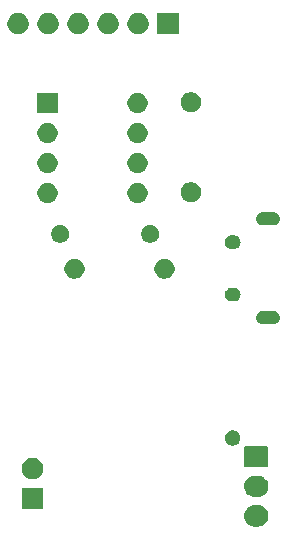
<source format=gbr>
G04 #@! TF.GenerationSoftware,KiCad,Pcbnew,(5.1.5)-3*
G04 #@! TF.CreationDate,2020-03-05T17:26:28+00:00*
G04 #@! TF.ProjectId,DigiSpark.schBackup,44696769-5370-4617-926b-2e7363684261,rev?*
G04 #@! TF.SameCoordinates,PX4f296e0PY8afe530*
G04 #@! TF.FileFunction,Soldermask,Bot*
G04 #@! TF.FilePolarity,Negative*
%FSLAX46Y46*%
G04 Gerber Fmt 4.6, Leading zero omitted, Abs format (unit mm)*
G04 Created by KiCad (PCBNEW (5.1.5)-3) date 2020-03-05 17:26:28*
%MOMM*%
%LPD*%
G04 APERTURE LIST*
%ADD10C,0.100000*%
G04 APERTURE END LIST*
D10*
G36*
X28099242Y6308482D02*
G01*
X28165427Y6301963D01*
X28335266Y6250443D01*
X28491791Y6166778D01*
X28527529Y6137448D01*
X28628986Y6054186D01*
X28687898Y5982400D01*
X28741578Y5916991D01*
X28825243Y5760466D01*
X28876763Y5590627D01*
X28894159Y5414000D01*
X28876763Y5237373D01*
X28825243Y5067534D01*
X28741578Y4911009D01*
X28712248Y4875271D01*
X28628986Y4773814D01*
X28527529Y4690552D01*
X28491791Y4661222D01*
X28335266Y4577557D01*
X28165427Y4526037D01*
X28099243Y4519519D01*
X28033060Y4513000D01*
X27694540Y4513000D01*
X27628357Y4519519D01*
X27562173Y4526037D01*
X27392334Y4577557D01*
X27235809Y4661222D01*
X27200071Y4690552D01*
X27098614Y4773814D01*
X27015352Y4875271D01*
X26986022Y4911009D01*
X26902357Y5067534D01*
X26850837Y5237373D01*
X26833441Y5414000D01*
X26850837Y5590627D01*
X26902357Y5760466D01*
X26986022Y5916991D01*
X27039702Y5982400D01*
X27098614Y6054186D01*
X27200071Y6137448D01*
X27235809Y6166778D01*
X27392334Y6250443D01*
X27562173Y6301963D01*
X27628358Y6308482D01*
X27694540Y6315000D01*
X28033060Y6315000D01*
X28099242Y6308482D01*
G37*
G36*
X9816400Y5982400D02*
G01*
X8014400Y5982400D01*
X8014400Y7784400D01*
X9816400Y7784400D01*
X9816400Y5982400D01*
G37*
G36*
X28099243Y8808481D02*
G01*
X28165427Y8801963D01*
X28335266Y8750443D01*
X28335268Y8750442D01*
X28413529Y8708610D01*
X28491791Y8666778D01*
X28527529Y8637448D01*
X28628986Y8554186D01*
X28712248Y8452729D01*
X28741578Y8416991D01*
X28825243Y8260466D01*
X28876763Y8090627D01*
X28894159Y7914000D01*
X28876763Y7737373D01*
X28825243Y7567534D01*
X28741578Y7411009D01*
X28712248Y7375271D01*
X28628986Y7273814D01*
X28527529Y7190552D01*
X28491791Y7161222D01*
X28335266Y7077557D01*
X28165427Y7026037D01*
X28099243Y7019519D01*
X28033060Y7013000D01*
X27694540Y7013000D01*
X27628357Y7019519D01*
X27562173Y7026037D01*
X27392334Y7077557D01*
X27235809Y7161222D01*
X27200071Y7190552D01*
X27098614Y7273814D01*
X27015352Y7375271D01*
X26986022Y7411009D01*
X26902357Y7567534D01*
X26850837Y7737373D01*
X26833441Y7914000D01*
X26850837Y8090627D01*
X26902357Y8260466D01*
X26986022Y8416991D01*
X27015352Y8452729D01*
X27098614Y8554186D01*
X27200071Y8637448D01*
X27235809Y8666778D01*
X27314071Y8708610D01*
X27392332Y8750442D01*
X27392334Y8750443D01*
X27562173Y8801963D01*
X27628357Y8808481D01*
X27694540Y8815000D01*
X28033060Y8815000D01*
X28099243Y8808481D01*
G37*
G36*
X9028912Y10319473D02*
G01*
X9178212Y10289776D01*
X9342184Y10221856D01*
X9489754Y10123253D01*
X9615253Y9997754D01*
X9713856Y9850184D01*
X9781776Y9686212D01*
X9805846Y9565201D01*
X9813442Y9527015D01*
X9816400Y9512141D01*
X9816400Y9334659D01*
X9781776Y9160588D01*
X9713856Y8996616D01*
X9615253Y8849046D01*
X9489754Y8723547D01*
X9342184Y8624944D01*
X9178212Y8557024D01*
X9028912Y8527327D01*
X9004142Y8522400D01*
X8826658Y8522400D01*
X8801888Y8527327D01*
X8652588Y8557024D01*
X8488616Y8624944D01*
X8341046Y8723547D01*
X8215547Y8849046D01*
X8116944Y8996616D01*
X8049024Y9160588D01*
X8014400Y9334659D01*
X8014400Y9512141D01*
X8017359Y9527015D01*
X8024954Y9565201D01*
X8049024Y9686212D01*
X8116944Y9850184D01*
X8215547Y9997754D01*
X8341046Y10123253D01*
X8488616Y10221856D01*
X8652588Y10289776D01*
X8801888Y10319473D01*
X8826658Y10324400D01*
X9004142Y10324400D01*
X9028912Y10319473D01*
G37*
G36*
X28747400Y11311011D02*
G01*
X28780452Y11300985D01*
X28810903Y11284708D01*
X28837599Y11262799D01*
X28859508Y11236103D01*
X28875785Y11205652D01*
X28885811Y11172600D01*
X28889800Y11132097D01*
X28889800Y9695903D01*
X28885811Y9655400D01*
X28875785Y9622348D01*
X28859508Y9591897D01*
X28837599Y9565201D01*
X28810903Y9543292D01*
X28780452Y9527015D01*
X28747400Y9516989D01*
X28706897Y9513000D01*
X27020703Y9513000D01*
X26980200Y9516989D01*
X26947148Y9527015D01*
X26916697Y9543292D01*
X26890001Y9565201D01*
X26868092Y9591897D01*
X26851815Y9622348D01*
X26841789Y9655400D01*
X26837800Y9695903D01*
X26837800Y11132097D01*
X26841789Y11172600D01*
X26851815Y11205652D01*
X26868092Y11236103D01*
X26890001Y11262799D01*
X26916697Y11284708D01*
X26947148Y11300985D01*
X26980200Y11311011D01*
X27020703Y11315000D01*
X28706897Y11315000D01*
X28747400Y11311011D01*
G37*
G36*
X26053690Y12639983D02*
G01*
X26172164Y12590909D01*
X26278788Y12519665D01*
X26369465Y12428988D01*
X26440709Y12322364D01*
X26489783Y12203890D01*
X26514800Y12078118D01*
X26514800Y11949882D01*
X26489783Y11824110D01*
X26440709Y11705636D01*
X26369465Y11599012D01*
X26278788Y11508335D01*
X26172164Y11437091D01*
X26172163Y11437090D01*
X26172162Y11437090D01*
X26053690Y11388017D01*
X25927919Y11363000D01*
X25799681Y11363000D01*
X25673910Y11388017D01*
X25555438Y11437090D01*
X25555437Y11437090D01*
X25555436Y11437091D01*
X25448812Y11508335D01*
X25358135Y11599012D01*
X25286891Y11705636D01*
X25237817Y11824110D01*
X25212800Y11949882D01*
X25212800Y12078118D01*
X25237817Y12203890D01*
X25286891Y12322364D01*
X25358135Y12428988D01*
X25448812Y12519665D01*
X25555436Y12590909D01*
X25673910Y12639983D01*
X25799681Y12665000D01*
X25927919Y12665000D01*
X26053690Y12639983D01*
G37*
G36*
X29412415Y22758627D02*
G01*
X29516279Y22727121D01*
X29543455Y22712595D01*
X29612000Y22675957D01*
X29695901Y22607101D01*
X29764757Y22523200D01*
X29801395Y22454655D01*
X29815921Y22427479D01*
X29847427Y22323615D01*
X29858066Y22215600D01*
X29847427Y22107585D01*
X29815921Y22003721D01*
X29815919Y22003718D01*
X29764757Y21908000D01*
X29695901Y21824099D01*
X29612000Y21755243D01*
X29543455Y21718605D01*
X29516279Y21704079D01*
X29412415Y21672573D01*
X29331467Y21664600D01*
X28377333Y21664600D01*
X28296385Y21672573D01*
X28192521Y21704079D01*
X28165345Y21718605D01*
X28096800Y21755243D01*
X28012899Y21824099D01*
X27944043Y21908000D01*
X27892881Y22003718D01*
X27892879Y22003721D01*
X27861373Y22107585D01*
X27850734Y22215600D01*
X27861373Y22323615D01*
X27892879Y22427479D01*
X27907405Y22454655D01*
X27944043Y22523200D01*
X28012899Y22607101D01*
X28096800Y22675957D01*
X28165345Y22712595D01*
X28192521Y22727121D01*
X28296385Y22758627D01*
X28377333Y22766600D01*
X29331467Y22766600D01*
X29412415Y22758627D01*
G37*
G36*
X26067316Y24733266D02*
G01*
X26175892Y24700329D01*
X26175895Y24700328D01*
X26212001Y24681029D01*
X26275957Y24646844D01*
X26363664Y24574864D01*
X26435644Y24487157D01*
X26469829Y24423201D01*
X26489128Y24387095D01*
X26489129Y24387092D01*
X26522066Y24278516D01*
X26533187Y24165600D01*
X26522066Y24052684D01*
X26489129Y23944108D01*
X26489128Y23944105D01*
X26469829Y23907999D01*
X26435644Y23844043D01*
X26363664Y23756336D01*
X26275957Y23684356D01*
X26212001Y23650171D01*
X26175895Y23630872D01*
X26175892Y23630871D01*
X26067316Y23597934D01*
X25982698Y23589600D01*
X25726102Y23589600D01*
X25641484Y23597934D01*
X25532908Y23630871D01*
X25532905Y23630872D01*
X25496799Y23650171D01*
X25432843Y23684356D01*
X25345136Y23756336D01*
X25273156Y23844043D01*
X25238971Y23907999D01*
X25219672Y23944105D01*
X25219671Y23944108D01*
X25186734Y24052684D01*
X25175613Y24165600D01*
X25186734Y24278516D01*
X25219671Y24387092D01*
X25219672Y24387095D01*
X25238971Y24423201D01*
X25273156Y24487157D01*
X25345136Y24574864D01*
X25432843Y24646844D01*
X25496799Y24681029D01*
X25532905Y24700328D01*
X25532908Y24700329D01*
X25641484Y24733266D01*
X25726102Y24741600D01*
X25982698Y24741600D01*
X26067316Y24733266D01*
G37*
G36*
X20339628Y27158097D02*
G01*
X20494500Y27093947D01*
X20633881Y27000815D01*
X20752415Y26882281D01*
X20845547Y26742900D01*
X20909697Y26588028D01*
X20942400Y26423616D01*
X20942400Y26255984D01*
X20909697Y26091572D01*
X20845547Y25936700D01*
X20752415Y25797319D01*
X20633881Y25678785D01*
X20494500Y25585653D01*
X20339628Y25521503D01*
X20175216Y25488800D01*
X20007584Y25488800D01*
X19843172Y25521503D01*
X19688300Y25585653D01*
X19548919Y25678785D01*
X19430385Y25797319D01*
X19337253Y25936700D01*
X19273103Y26091572D01*
X19240400Y26255984D01*
X19240400Y26423616D01*
X19273103Y26588028D01*
X19337253Y26742900D01*
X19430385Y26882281D01*
X19548919Y27000815D01*
X19688300Y27093947D01*
X19843172Y27158097D01*
X20007584Y27190800D01*
X20175216Y27190800D01*
X20339628Y27158097D01*
G37*
G36*
X12719628Y27158097D02*
G01*
X12874500Y27093947D01*
X13013881Y27000815D01*
X13132415Y26882281D01*
X13225547Y26742900D01*
X13289697Y26588028D01*
X13322400Y26423616D01*
X13322400Y26255984D01*
X13289697Y26091572D01*
X13225547Y25936700D01*
X13132415Y25797319D01*
X13013881Y25678785D01*
X12874500Y25585653D01*
X12719628Y25521503D01*
X12555216Y25488800D01*
X12387584Y25488800D01*
X12223172Y25521503D01*
X12068300Y25585653D01*
X11928919Y25678785D01*
X11810385Y25797319D01*
X11717253Y25936700D01*
X11653103Y26091572D01*
X11620400Y26255984D01*
X11620400Y26423616D01*
X11653103Y26588028D01*
X11717253Y26742900D01*
X11810385Y26882281D01*
X11928919Y27000815D01*
X12068300Y27093947D01*
X12223172Y27158097D01*
X12387584Y27190800D01*
X12555216Y27190800D01*
X12719628Y27158097D01*
G37*
G36*
X26067316Y29183266D02*
G01*
X26175892Y29150329D01*
X26175895Y29150328D01*
X26212001Y29131029D01*
X26275957Y29096844D01*
X26363664Y29024864D01*
X26435644Y28937157D01*
X26469829Y28873201D01*
X26489128Y28837095D01*
X26489129Y28837092D01*
X26522066Y28728516D01*
X26533187Y28615600D01*
X26522066Y28502684D01*
X26489129Y28394108D01*
X26489128Y28394105D01*
X26469829Y28357999D01*
X26435644Y28294043D01*
X26363664Y28206336D01*
X26275957Y28134356D01*
X26212001Y28100171D01*
X26175895Y28080872D01*
X26175892Y28080871D01*
X26067316Y28047934D01*
X25982698Y28039600D01*
X25726102Y28039600D01*
X25641484Y28047934D01*
X25532908Y28080871D01*
X25532905Y28080872D01*
X25496799Y28100171D01*
X25432843Y28134356D01*
X25345136Y28206336D01*
X25273156Y28294043D01*
X25238971Y28357999D01*
X25219672Y28394105D01*
X25219671Y28394108D01*
X25186734Y28502684D01*
X25175613Y28615600D01*
X25186734Y28728516D01*
X25219671Y28837092D01*
X25219672Y28837095D01*
X25238971Y28873201D01*
X25273156Y28937157D01*
X25345136Y29024864D01*
X25432843Y29096844D01*
X25496799Y29131029D01*
X25532905Y29150328D01*
X25532908Y29150329D01*
X25641484Y29183266D01*
X25726102Y29191600D01*
X25982698Y29191600D01*
X26067316Y29183266D01*
G37*
G36*
X11439787Y30014600D02*
G01*
X11471259Y30008340D01*
X11607932Y29951728D01*
X11730935Y29869540D01*
X11835540Y29764935D01*
X11917728Y29641932D01*
X11974340Y29505259D01*
X12003200Y29360167D01*
X12003200Y29212233D01*
X11974340Y29067141D01*
X11917728Y28930468D01*
X11835540Y28807465D01*
X11730935Y28702860D01*
X11607932Y28620672D01*
X11607931Y28620671D01*
X11607930Y28620671D01*
X11471259Y28564060D01*
X11326168Y28535200D01*
X11178232Y28535200D01*
X11033141Y28564060D01*
X10896470Y28620671D01*
X10896469Y28620671D01*
X10896468Y28620672D01*
X10773465Y28702860D01*
X10668860Y28807465D01*
X10586672Y28930468D01*
X10530060Y29067141D01*
X10501200Y29212233D01*
X10501200Y29360167D01*
X10530060Y29505259D01*
X10586672Y29641932D01*
X10668860Y29764935D01*
X10773465Y29869540D01*
X10896468Y29951728D01*
X11033141Y30008340D01*
X11064613Y30014600D01*
X11178232Y30037200D01*
X11326168Y30037200D01*
X11439787Y30014600D01*
G37*
G36*
X19059787Y30014600D02*
G01*
X19091259Y30008340D01*
X19227932Y29951728D01*
X19350935Y29869540D01*
X19455540Y29764935D01*
X19537728Y29641932D01*
X19594340Y29505259D01*
X19623200Y29360167D01*
X19623200Y29212233D01*
X19594340Y29067141D01*
X19537728Y28930468D01*
X19455540Y28807465D01*
X19350935Y28702860D01*
X19227932Y28620672D01*
X19227931Y28620671D01*
X19227930Y28620671D01*
X19091259Y28564060D01*
X18946168Y28535200D01*
X18798232Y28535200D01*
X18653141Y28564060D01*
X18516470Y28620671D01*
X18516469Y28620671D01*
X18516468Y28620672D01*
X18393465Y28702860D01*
X18288860Y28807465D01*
X18206672Y28930468D01*
X18150060Y29067141D01*
X18121200Y29212233D01*
X18121200Y29360167D01*
X18150060Y29505259D01*
X18206672Y29641932D01*
X18288860Y29764935D01*
X18393465Y29869540D01*
X18516468Y29951728D01*
X18653141Y30008340D01*
X18684613Y30014600D01*
X18798232Y30037200D01*
X18946168Y30037200D01*
X19059787Y30014600D01*
G37*
G36*
X29412415Y31108627D02*
G01*
X29516279Y31077121D01*
X29543455Y31062595D01*
X29612000Y31025957D01*
X29695901Y30957101D01*
X29764757Y30873200D01*
X29801395Y30804655D01*
X29815921Y30777479D01*
X29847427Y30673615D01*
X29858066Y30565600D01*
X29847427Y30457585D01*
X29815921Y30353721D01*
X29815919Y30353718D01*
X29764757Y30258000D01*
X29695901Y30174099D01*
X29612000Y30105243D01*
X29543455Y30068605D01*
X29516279Y30054079D01*
X29412415Y30022573D01*
X29331467Y30014600D01*
X28377333Y30014600D01*
X28296385Y30022573D01*
X28192521Y30054079D01*
X28165345Y30068605D01*
X28096800Y30105243D01*
X28012899Y30174099D01*
X27944043Y30258000D01*
X27892881Y30353718D01*
X27892879Y30353721D01*
X27861373Y30457585D01*
X27850734Y30565600D01*
X27861373Y30673615D01*
X27892879Y30777479D01*
X27907405Y30804655D01*
X27944043Y30873200D01*
X28012899Y30957101D01*
X28096800Y31025957D01*
X28165345Y31062595D01*
X28192521Y31077121D01*
X28296385Y31108627D01*
X28377333Y31116600D01*
X29331467Y31116600D01*
X29412415Y31108627D01*
G37*
G36*
X10433628Y33558897D02*
G01*
X10588500Y33494747D01*
X10727881Y33401615D01*
X10846415Y33283081D01*
X10939547Y33143700D01*
X11003697Y32988828D01*
X11036400Y32824416D01*
X11036400Y32656784D01*
X11003697Y32492372D01*
X10939547Y32337500D01*
X10846415Y32198119D01*
X10727881Y32079585D01*
X10588500Y31986453D01*
X10433628Y31922303D01*
X10269216Y31889600D01*
X10101584Y31889600D01*
X9937172Y31922303D01*
X9782300Y31986453D01*
X9642919Y32079585D01*
X9524385Y32198119D01*
X9431253Y32337500D01*
X9367103Y32492372D01*
X9334400Y32656784D01*
X9334400Y32824416D01*
X9367103Y32988828D01*
X9431253Y33143700D01*
X9524385Y33283081D01*
X9642919Y33401615D01*
X9782300Y33494747D01*
X9937172Y33558897D01*
X10101584Y33591600D01*
X10269216Y33591600D01*
X10433628Y33558897D01*
G37*
G36*
X18053628Y33558897D02*
G01*
X18208500Y33494747D01*
X18347881Y33401615D01*
X18466415Y33283081D01*
X18559547Y33143700D01*
X18623697Y32988828D01*
X18656400Y32824416D01*
X18656400Y32656784D01*
X18623697Y32492372D01*
X18559547Y32337500D01*
X18466415Y32198119D01*
X18347881Y32079585D01*
X18208500Y31986453D01*
X18053628Y31922303D01*
X17889216Y31889600D01*
X17721584Y31889600D01*
X17557172Y31922303D01*
X17402300Y31986453D01*
X17262919Y32079585D01*
X17144385Y32198119D01*
X17051253Y32337500D01*
X16987103Y32492372D01*
X16954400Y32656784D01*
X16954400Y32824416D01*
X16987103Y32988828D01*
X17051253Y33143700D01*
X17144385Y33283081D01*
X17262919Y33401615D01*
X17402300Y33494747D01*
X17557172Y33558897D01*
X17721584Y33591600D01*
X17889216Y33591600D01*
X18053628Y33558897D01*
G37*
G36*
X22574828Y33635097D02*
G01*
X22729700Y33570947D01*
X22869081Y33477815D01*
X22987615Y33359281D01*
X23080747Y33219900D01*
X23144897Y33065028D01*
X23177600Y32900616D01*
X23177600Y32732984D01*
X23144897Y32568572D01*
X23080747Y32413700D01*
X22987615Y32274319D01*
X22869081Y32155785D01*
X22729700Y32062653D01*
X22574828Y31998503D01*
X22410416Y31965800D01*
X22242784Y31965800D01*
X22078372Y31998503D01*
X21923500Y32062653D01*
X21784119Y32155785D01*
X21665585Y32274319D01*
X21572453Y32413700D01*
X21508303Y32568572D01*
X21475600Y32732984D01*
X21475600Y32900616D01*
X21508303Y33065028D01*
X21572453Y33219900D01*
X21665585Y33359281D01*
X21784119Y33477815D01*
X21923500Y33570947D01*
X22078372Y33635097D01*
X22242784Y33667800D01*
X22410416Y33667800D01*
X22574828Y33635097D01*
G37*
G36*
X18053628Y36098897D02*
G01*
X18208500Y36034747D01*
X18347881Y35941615D01*
X18466415Y35823081D01*
X18559547Y35683700D01*
X18623697Y35528828D01*
X18656400Y35364416D01*
X18656400Y35196784D01*
X18623697Y35032372D01*
X18559547Y34877500D01*
X18466415Y34738119D01*
X18347881Y34619585D01*
X18208500Y34526453D01*
X18053628Y34462303D01*
X17889216Y34429600D01*
X17721584Y34429600D01*
X17557172Y34462303D01*
X17402300Y34526453D01*
X17262919Y34619585D01*
X17144385Y34738119D01*
X17051253Y34877500D01*
X16987103Y35032372D01*
X16954400Y35196784D01*
X16954400Y35364416D01*
X16987103Y35528828D01*
X17051253Y35683700D01*
X17144385Y35823081D01*
X17262919Y35941615D01*
X17402300Y36034747D01*
X17557172Y36098897D01*
X17721584Y36131600D01*
X17889216Y36131600D01*
X18053628Y36098897D01*
G37*
G36*
X10433628Y36098897D02*
G01*
X10588500Y36034747D01*
X10727881Y35941615D01*
X10846415Y35823081D01*
X10939547Y35683700D01*
X11003697Y35528828D01*
X11036400Y35364416D01*
X11036400Y35196784D01*
X11003697Y35032372D01*
X10939547Y34877500D01*
X10846415Y34738119D01*
X10727881Y34619585D01*
X10588500Y34526453D01*
X10433628Y34462303D01*
X10269216Y34429600D01*
X10101584Y34429600D01*
X9937172Y34462303D01*
X9782300Y34526453D01*
X9642919Y34619585D01*
X9524385Y34738119D01*
X9431253Y34877500D01*
X9367103Y35032372D01*
X9334400Y35196784D01*
X9334400Y35364416D01*
X9367103Y35528828D01*
X9431253Y35683700D01*
X9524385Y35823081D01*
X9642919Y35941615D01*
X9782300Y36034747D01*
X9937172Y36098897D01*
X10101584Y36131600D01*
X10269216Y36131600D01*
X10433628Y36098897D01*
G37*
G36*
X10433628Y38638897D02*
G01*
X10588500Y38574747D01*
X10727881Y38481615D01*
X10846415Y38363081D01*
X10939547Y38223700D01*
X11003697Y38068828D01*
X11036400Y37904416D01*
X11036400Y37736784D01*
X11003697Y37572372D01*
X10939547Y37417500D01*
X10846415Y37278119D01*
X10727881Y37159585D01*
X10588500Y37066453D01*
X10433628Y37002303D01*
X10269216Y36969600D01*
X10101584Y36969600D01*
X9937172Y37002303D01*
X9782300Y37066453D01*
X9642919Y37159585D01*
X9524385Y37278119D01*
X9431253Y37417500D01*
X9367103Y37572372D01*
X9334400Y37736784D01*
X9334400Y37904416D01*
X9367103Y38068828D01*
X9431253Y38223700D01*
X9524385Y38363081D01*
X9642919Y38481615D01*
X9782300Y38574747D01*
X9937172Y38638897D01*
X10101584Y38671600D01*
X10269216Y38671600D01*
X10433628Y38638897D01*
G37*
G36*
X18053628Y38638897D02*
G01*
X18208500Y38574747D01*
X18347881Y38481615D01*
X18466415Y38363081D01*
X18559547Y38223700D01*
X18623697Y38068828D01*
X18656400Y37904416D01*
X18656400Y37736784D01*
X18623697Y37572372D01*
X18559547Y37417500D01*
X18466415Y37278119D01*
X18347881Y37159585D01*
X18208500Y37066453D01*
X18053628Y37002303D01*
X17889216Y36969600D01*
X17721584Y36969600D01*
X17557172Y37002303D01*
X17402300Y37066453D01*
X17262919Y37159585D01*
X17144385Y37278119D01*
X17051253Y37417500D01*
X16987103Y37572372D01*
X16954400Y37736784D01*
X16954400Y37904416D01*
X16987103Y38068828D01*
X17051253Y38223700D01*
X17144385Y38363081D01*
X17262919Y38481615D01*
X17402300Y38574747D01*
X17557172Y38638897D01*
X17721584Y38671600D01*
X17889216Y38671600D01*
X18053628Y38638897D01*
G37*
G36*
X11036400Y39509600D02*
G01*
X9334400Y39509600D01*
X9334400Y41211600D01*
X11036400Y41211600D01*
X11036400Y39509600D01*
G37*
G36*
X18053628Y41178897D02*
G01*
X18208500Y41114747D01*
X18347881Y41021615D01*
X18466415Y40903081D01*
X18559547Y40763700D01*
X18623697Y40608828D01*
X18656400Y40444416D01*
X18656400Y40276784D01*
X18623697Y40112372D01*
X18559547Y39957500D01*
X18466415Y39818119D01*
X18347881Y39699585D01*
X18208500Y39606453D01*
X18053628Y39542303D01*
X17889216Y39509600D01*
X17721584Y39509600D01*
X17557172Y39542303D01*
X17402300Y39606453D01*
X17262919Y39699585D01*
X17144385Y39818119D01*
X17051253Y39957500D01*
X16987103Y40112372D01*
X16954400Y40276784D01*
X16954400Y40444416D01*
X16987103Y40608828D01*
X17051253Y40763700D01*
X17144385Y40903081D01*
X17262919Y41021615D01*
X17402300Y41114747D01*
X17557172Y41178897D01*
X17721584Y41211600D01*
X17889216Y41211600D01*
X18053628Y41178897D01*
G37*
G36*
X22574828Y41255097D02*
G01*
X22729700Y41190947D01*
X22869081Y41097815D01*
X22987615Y40979281D01*
X23080747Y40839900D01*
X23144897Y40685028D01*
X23177600Y40520616D01*
X23177600Y40352984D01*
X23144897Y40188572D01*
X23080747Y40033700D01*
X22987615Y39894319D01*
X22869081Y39775785D01*
X22729700Y39682653D01*
X22574828Y39618503D01*
X22410416Y39585800D01*
X22242784Y39585800D01*
X22078372Y39618503D01*
X21923500Y39682653D01*
X21784119Y39775785D01*
X21665585Y39894319D01*
X21572453Y40033700D01*
X21508303Y40188572D01*
X21475600Y40352984D01*
X21475600Y40520616D01*
X21508303Y40685028D01*
X21572453Y40839900D01*
X21665585Y40979281D01*
X21784119Y41097815D01*
X21923500Y41190947D01*
X22078372Y41255097D01*
X22242784Y41287800D01*
X22410416Y41287800D01*
X22574828Y41255097D01*
G37*
G36*
X7809712Y47987673D02*
G01*
X7959012Y47957976D01*
X8122984Y47890056D01*
X8270554Y47791453D01*
X8396053Y47665954D01*
X8494656Y47518384D01*
X8562576Y47354412D01*
X8597200Y47180341D01*
X8597200Y47002859D01*
X8562576Y46828788D01*
X8494656Y46664816D01*
X8396053Y46517246D01*
X8270554Y46391747D01*
X8122984Y46293144D01*
X7959012Y46225224D01*
X7809712Y46195527D01*
X7784942Y46190600D01*
X7607458Y46190600D01*
X7582688Y46195527D01*
X7433388Y46225224D01*
X7269416Y46293144D01*
X7121846Y46391747D01*
X6996347Y46517246D01*
X6897744Y46664816D01*
X6829824Y46828788D01*
X6795200Y47002859D01*
X6795200Y47180341D01*
X6829824Y47354412D01*
X6897744Y47518384D01*
X6996347Y47665954D01*
X7121846Y47791453D01*
X7269416Y47890056D01*
X7433388Y47957976D01*
X7582688Y47987673D01*
X7607458Y47992600D01*
X7784942Y47992600D01*
X7809712Y47987673D01*
G37*
G36*
X10349712Y47987673D02*
G01*
X10499012Y47957976D01*
X10662984Y47890056D01*
X10810554Y47791453D01*
X10936053Y47665954D01*
X11034656Y47518384D01*
X11102576Y47354412D01*
X11137200Y47180341D01*
X11137200Y47002859D01*
X11102576Y46828788D01*
X11034656Y46664816D01*
X10936053Y46517246D01*
X10810554Y46391747D01*
X10662984Y46293144D01*
X10499012Y46225224D01*
X10349712Y46195527D01*
X10324942Y46190600D01*
X10147458Y46190600D01*
X10122688Y46195527D01*
X9973388Y46225224D01*
X9809416Y46293144D01*
X9661846Y46391747D01*
X9536347Y46517246D01*
X9437744Y46664816D01*
X9369824Y46828788D01*
X9335200Y47002859D01*
X9335200Y47180341D01*
X9369824Y47354412D01*
X9437744Y47518384D01*
X9536347Y47665954D01*
X9661846Y47791453D01*
X9809416Y47890056D01*
X9973388Y47957976D01*
X10122688Y47987673D01*
X10147458Y47992600D01*
X10324942Y47992600D01*
X10349712Y47987673D01*
G37*
G36*
X12889712Y47987673D02*
G01*
X13039012Y47957976D01*
X13202984Y47890056D01*
X13350554Y47791453D01*
X13476053Y47665954D01*
X13574656Y47518384D01*
X13642576Y47354412D01*
X13677200Y47180341D01*
X13677200Y47002859D01*
X13642576Y46828788D01*
X13574656Y46664816D01*
X13476053Y46517246D01*
X13350554Y46391747D01*
X13202984Y46293144D01*
X13039012Y46225224D01*
X12889712Y46195527D01*
X12864942Y46190600D01*
X12687458Y46190600D01*
X12662688Y46195527D01*
X12513388Y46225224D01*
X12349416Y46293144D01*
X12201846Y46391747D01*
X12076347Y46517246D01*
X11977744Y46664816D01*
X11909824Y46828788D01*
X11875200Y47002859D01*
X11875200Y47180341D01*
X11909824Y47354412D01*
X11977744Y47518384D01*
X12076347Y47665954D01*
X12201846Y47791453D01*
X12349416Y47890056D01*
X12513388Y47957976D01*
X12662688Y47987673D01*
X12687458Y47992600D01*
X12864942Y47992600D01*
X12889712Y47987673D01*
G37*
G36*
X15429712Y47987673D02*
G01*
X15579012Y47957976D01*
X15742984Y47890056D01*
X15890554Y47791453D01*
X16016053Y47665954D01*
X16114656Y47518384D01*
X16182576Y47354412D01*
X16217200Y47180341D01*
X16217200Y47002859D01*
X16182576Y46828788D01*
X16114656Y46664816D01*
X16016053Y46517246D01*
X15890554Y46391747D01*
X15742984Y46293144D01*
X15579012Y46225224D01*
X15429712Y46195527D01*
X15404942Y46190600D01*
X15227458Y46190600D01*
X15202688Y46195527D01*
X15053388Y46225224D01*
X14889416Y46293144D01*
X14741846Y46391747D01*
X14616347Y46517246D01*
X14517744Y46664816D01*
X14449824Y46828788D01*
X14415200Y47002859D01*
X14415200Y47180341D01*
X14449824Y47354412D01*
X14517744Y47518384D01*
X14616347Y47665954D01*
X14741846Y47791453D01*
X14889416Y47890056D01*
X15053388Y47957976D01*
X15202688Y47987673D01*
X15227458Y47992600D01*
X15404942Y47992600D01*
X15429712Y47987673D01*
G37*
G36*
X17969712Y47987673D02*
G01*
X18119012Y47957976D01*
X18282984Y47890056D01*
X18430554Y47791453D01*
X18556053Y47665954D01*
X18654656Y47518384D01*
X18722576Y47354412D01*
X18757200Y47180341D01*
X18757200Y47002859D01*
X18722576Y46828788D01*
X18654656Y46664816D01*
X18556053Y46517246D01*
X18430554Y46391747D01*
X18282984Y46293144D01*
X18119012Y46225224D01*
X17969712Y46195527D01*
X17944942Y46190600D01*
X17767458Y46190600D01*
X17742688Y46195527D01*
X17593388Y46225224D01*
X17429416Y46293144D01*
X17281846Y46391747D01*
X17156347Y46517246D01*
X17057744Y46664816D01*
X16989824Y46828788D01*
X16955200Y47002859D01*
X16955200Y47180341D01*
X16989824Y47354412D01*
X17057744Y47518384D01*
X17156347Y47665954D01*
X17281846Y47791453D01*
X17429416Y47890056D01*
X17593388Y47957976D01*
X17742688Y47987673D01*
X17767458Y47992600D01*
X17944942Y47992600D01*
X17969712Y47987673D01*
G37*
G36*
X21297200Y46190600D02*
G01*
X19495200Y46190600D01*
X19495200Y47992600D01*
X21297200Y47992600D01*
X21297200Y46190600D01*
G37*
M02*

</source>
